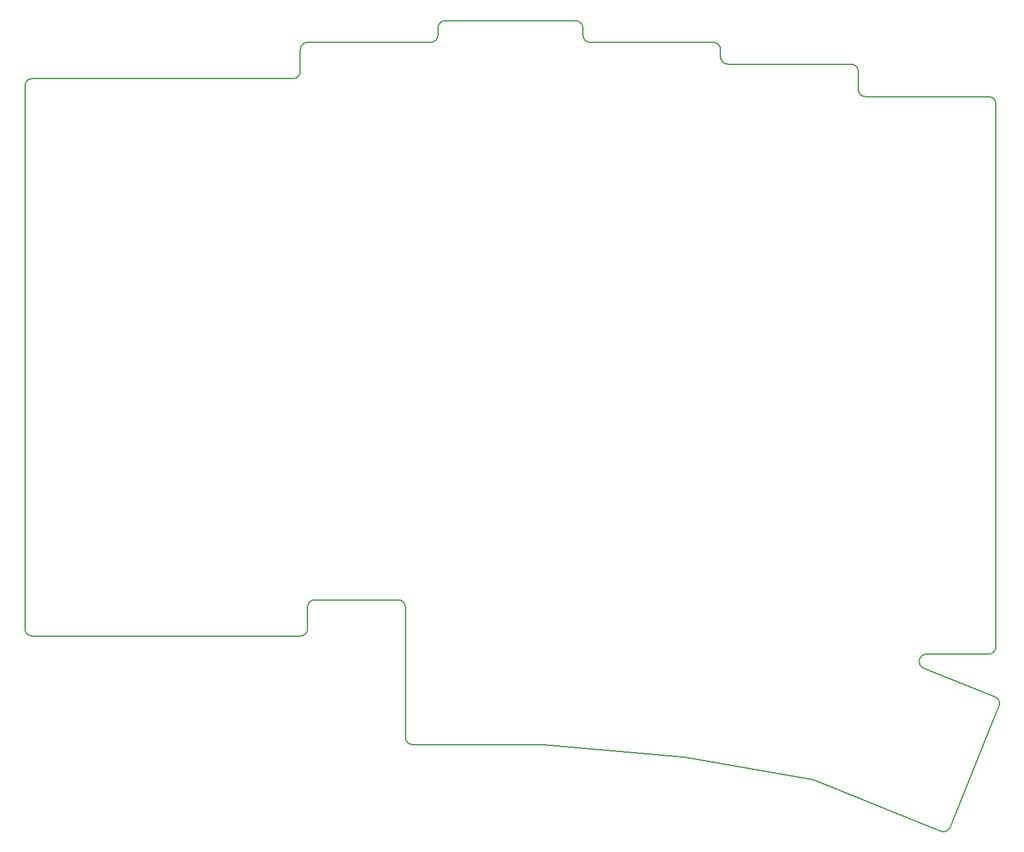
<source format=gbr>
%TF.GenerationSoftware,KiCad,Pcbnew,8.0.6*%
%TF.CreationDate,2024-11-09T22:39:55-08:00*%
%TF.ProjectId,altair,616c7461-6972-42e6-9b69-6361645f7063,v1.0.0*%
%TF.SameCoordinates,Original*%
%TF.FileFunction,Profile,NP*%
%FSLAX46Y46*%
G04 Gerber Fmt 4.6, Leading zero omitted, Abs format (unit mm)*
G04 Created by KiCad (PCBNEW 8.0.6) date 2024-11-09 22:39:55*
%MOMM*%
%LPD*%
G01*
G04 APERTURE LIST*
%TA.AperFunction,Profile*%
%ADD10C,0.150000*%
%TD*%
G04 APERTURE END LIST*
D10*
X91000000Y-110000000D02*
X128000000Y-110000000D01*
X90000000Y-109000000D02*
X90000000Y-34000000D01*
X91000000Y-33000000D02*
X127000000Y-33000000D01*
X129000000Y-109000000D02*
X129000000Y-106000000D01*
X130000000Y-105000000D02*
X141500000Y-105000000D01*
X129000000Y-28000000D02*
X146000000Y-28000000D01*
X128000000Y-29000000D02*
X128000000Y-32000000D01*
X167000000Y-27000000D02*
X167000000Y-26000000D01*
X166000000Y-25000000D02*
X148000000Y-25000000D01*
X147000000Y-26000000D02*
X147000000Y-27000000D01*
X186000000Y-30000000D02*
X186000000Y-29000000D01*
X168000000Y-28000000D02*
X185000000Y-28000000D01*
X205000000Y-34500000D02*
X205000000Y-32000000D01*
X187000000Y-31000000D02*
X204000000Y-31000000D01*
X214387975Y-112500000D02*
X223000000Y-112500000D01*
X224000000Y-111500000D02*
X224000000Y-36500000D01*
X206000000Y-35500000D02*
X223000000Y-35500000D01*
X143500000Y-125000000D02*
X161412678Y-125000000D01*
X142500000Y-124000000D02*
X142500000Y-106000000D01*
X161499834Y-125003805D02*
X180751649Y-126688121D01*
X180838142Y-126699508D02*
X198764077Y-129860334D01*
X198965035Y-129917958D02*
X216386627Y-136956737D01*
X217688417Y-136404160D02*
X224431336Y-119714851D01*
X223878758Y-118413060D02*
X214013368Y-114427184D01*
X129000000Y-109000000D02*
G75*
G02*
X128000000Y-110000000I-1000000J0D01*
G01*
X129000000Y-106000000D02*
G75*
G02*
X130000000Y-105000000I1000000J0D01*
G01*
X141500000Y-105000000D02*
G75*
G02*
X142500000Y-106000000I0J-1000000D01*
G01*
X143500000Y-125000000D02*
G75*
G02*
X142500000Y-124000000I0J1000000D01*
G01*
X161412678Y-125000000D02*
G75*
G02*
X161499834Y-125003805I0J-1000000D01*
G01*
X180751649Y-126688121D02*
G75*
G02*
X180838142Y-126699508I-87155J-996195D01*
G01*
X198764077Y-129860334D02*
G75*
G02*
X198965035Y-129917958I-173649J-984807D01*
G01*
X217688416Y-136404160D02*
G75*
G02*
X216386627Y-136956737I-927183J374606D01*
G01*
X223878759Y-118413060D02*
G75*
G02*
X224431336Y-119714851I-374607J-927184D01*
G01*
X214013368Y-114427184D02*
G75*
G02*
X214387975Y-112500000I374607J927184D01*
G01*
X224000000Y-111500000D02*
G75*
G02*
X223000000Y-112500000I-1000000J0D01*
G01*
X223000000Y-35500000D02*
G75*
G02*
X224000000Y-36500000I0J-1000000D01*
G01*
X206000000Y-35500000D02*
G75*
G02*
X205000000Y-34500000I0J1000000D01*
G01*
X204000000Y-31000000D02*
G75*
G02*
X205000000Y-32000000I0J-1000000D01*
G01*
X187000000Y-31000000D02*
G75*
G02*
X186000000Y-30000000I0J1000000D01*
G01*
X185000000Y-28000000D02*
G75*
G02*
X186000000Y-29000000I0J-1000000D01*
G01*
X168000000Y-28000000D02*
G75*
G02*
X167000000Y-27000000I0J1000000D01*
G01*
X166000000Y-25000000D02*
G75*
G02*
X167000000Y-26000000I0J-1000000D01*
G01*
X147000000Y-26000000D02*
G75*
G02*
X148000000Y-25000000I1000000J0D01*
G01*
X147000000Y-27000000D02*
G75*
G02*
X146000000Y-28000000I-1000000J0D01*
G01*
X128000000Y-29000000D02*
G75*
G02*
X129000000Y-28000000I1000000J0D01*
G01*
X128000000Y-32000000D02*
G75*
G02*
X127000000Y-33000000I-1000000J0D01*
G01*
X90000000Y-34000000D02*
G75*
G02*
X91000000Y-33000000I1000000J0D01*
G01*
X91000000Y-110000000D02*
G75*
G02*
X90000000Y-109000000I0J1000000D01*
G01*
M02*

</source>
